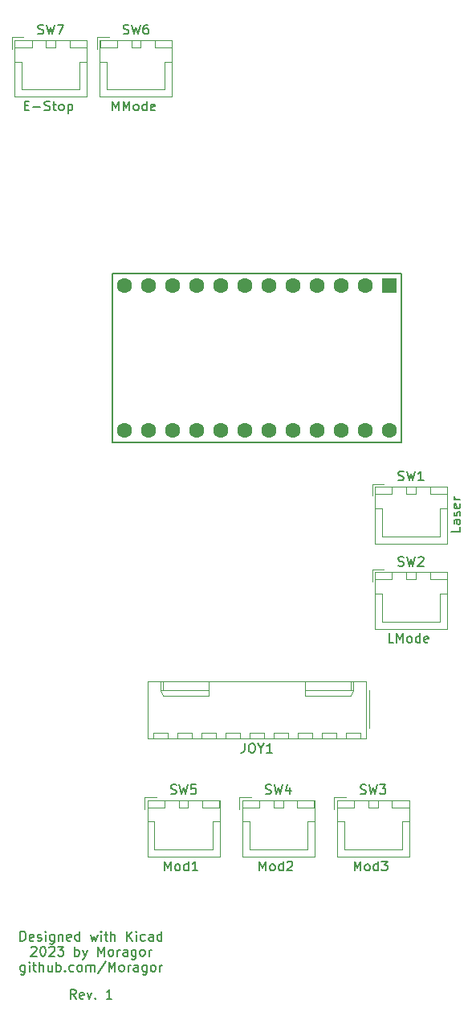
<source format=gbr>
%TF.GenerationSoftware,KiCad,Pcbnew,(6.0.10)*%
%TF.CreationDate,2023-01-17T00:52:56+01:00*%
%TF.ProjectId,SC_Mining_Controller_MkI,53435f4d-696e-4696-9e67-5f436f6e7472,1*%
%TF.SameCoordinates,Original*%
%TF.FileFunction,Legend,Top*%
%TF.FilePolarity,Positive*%
%FSLAX46Y46*%
G04 Gerber Fmt 4.6, Leading zero omitted, Abs format (unit mm)*
G04 Created by KiCad (PCBNEW (6.0.10)) date 2023-01-17 00:52:56*
%MOMM*%
%LPD*%
G01*
G04 APERTURE LIST*
%ADD10C,0.153000*%
%ADD11C,0.150000*%
%ADD12C,0.120000*%
%ADD13R,1.600000X1.600000*%
%ADD14C,1.600000*%
G04 APERTURE END LIST*
D10*
X42904761Y-146452380D02*
X42571428Y-145976190D01*
X42333333Y-146452380D02*
X42333333Y-145452380D01*
X42714285Y-145452380D01*
X42809523Y-145500000D01*
X42857142Y-145547619D01*
X42904761Y-145642857D01*
X42904761Y-145785714D01*
X42857142Y-145880952D01*
X42809523Y-145928571D01*
X42714285Y-145976190D01*
X42333333Y-145976190D01*
X43714285Y-146404761D02*
X43619047Y-146452380D01*
X43428571Y-146452380D01*
X43333333Y-146404761D01*
X43285714Y-146309523D01*
X43285714Y-145928571D01*
X43333333Y-145833333D01*
X43428571Y-145785714D01*
X43619047Y-145785714D01*
X43714285Y-145833333D01*
X43761904Y-145928571D01*
X43761904Y-146023809D01*
X43285714Y-146119047D01*
X44095238Y-145785714D02*
X44333333Y-146452380D01*
X44571428Y-145785714D01*
X44952380Y-146357142D02*
X45000000Y-146404761D01*
X44952380Y-146452380D01*
X44904761Y-146404761D01*
X44952380Y-146357142D01*
X44952380Y-146452380D01*
X46714285Y-146452380D02*
X46142857Y-146452380D01*
X46428571Y-146452380D02*
X46428571Y-145452380D01*
X46333333Y-145595238D01*
X46238095Y-145690476D01*
X46142857Y-145738095D01*
X83452380Y-96785714D02*
X83452380Y-97261904D01*
X82452380Y-97261904D01*
X83452380Y-96023809D02*
X82928571Y-96023809D01*
X82833333Y-96071428D01*
X82785714Y-96166666D01*
X82785714Y-96357142D01*
X82833333Y-96452380D01*
X83404761Y-96023809D02*
X83452380Y-96119047D01*
X83452380Y-96357142D01*
X83404761Y-96452380D01*
X83309523Y-96500000D01*
X83214285Y-96500000D01*
X83119047Y-96452380D01*
X83071428Y-96357142D01*
X83071428Y-96119047D01*
X83023809Y-96023809D01*
X83404761Y-95595238D02*
X83452380Y-95500000D01*
X83452380Y-95309523D01*
X83404761Y-95214285D01*
X83309523Y-95166666D01*
X83261904Y-95166666D01*
X83166666Y-95214285D01*
X83119047Y-95309523D01*
X83119047Y-95452380D01*
X83071428Y-95547619D01*
X82976190Y-95595238D01*
X82928571Y-95595238D01*
X82833333Y-95547619D01*
X82785714Y-95452380D01*
X82785714Y-95309523D01*
X82833333Y-95214285D01*
X83404761Y-94357142D02*
X83452380Y-94452380D01*
X83452380Y-94642857D01*
X83404761Y-94738095D01*
X83309523Y-94785714D01*
X82928571Y-94785714D01*
X82833333Y-94738095D01*
X82785714Y-94642857D01*
X82785714Y-94452380D01*
X82833333Y-94357142D01*
X82928571Y-94309523D01*
X83023809Y-94309523D01*
X83119047Y-94785714D01*
X83452380Y-93880952D02*
X82785714Y-93880952D01*
X82976190Y-93880952D02*
X82880952Y-93833333D01*
X82833333Y-93785714D01*
X82785714Y-93690476D01*
X82785714Y-93595238D01*
X37047619Y-140342380D02*
X37047619Y-139342380D01*
X37285714Y-139342380D01*
X37428571Y-139390000D01*
X37523809Y-139485238D01*
X37571428Y-139580476D01*
X37619047Y-139770952D01*
X37619047Y-139913809D01*
X37571428Y-140104285D01*
X37523809Y-140199523D01*
X37428571Y-140294761D01*
X37285714Y-140342380D01*
X37047619Y-140342380D01*
X38428571Y-140294761D02*
X38333333Y-140342380D01*
X38142857Y-140342380D01*
X38047619Y-140294761D01*
X38000000Y-140199523D01*
X38000000Y-139818571D01*
X38047619Y-139723333D01*
X38142857Y-139675714D01*
X38333333Y-139675714D01*
X38428571Y-139723333D01*
X38476190Y-139818571D01*
X38476190Y-139913809D01*
X38000000Y-140009047D01*
X38857142Y-140294761D02*
X38952380Y-140342380D01*
X39142857Y-140342380D01*
X39238095Y-140294761D01*
X39285714Y-140199523D01*
X39285714Y-140151904D01*
X39238095Y-140056666D01*
X39142857Y-140009047D01*
X39000000Y-140009047D01*
X38904761Y-139961428D01*
X38857142Y-139866190D01*
X38857142Y-139818571D01*
X38904761Y-139723333D01*
X39000000Y-139675714D01*
X39142857Y-139675714D01*
X39238095Y-139723333D01*
X39714285Y-140342380D02*
X39714285Y-139675714D01*
X39714285Y-139342380D02*
X39666666Y-139390000D01*
X39714285Y-139437619D01*
X39761904Y-139390000D01*
X39714285Y-139342380D01*
X39714285Y-139437619D01*
X40619047Y-139675714D02*
X40619047Y-140485238D01*
X40571428Y-140580476D01*
X40523809Y-140628095D01*
X40428571Y-140675714D01*
X40285714Y-140675714D01*
X40190476Y-140628095D01*
X40619047Y-140294761D02*
X40523809Y-140342380D01*
X40333333Y-140342380D01*
X40238095Y-140294761D01*
X40190476Y-140247142D01*
X40142857Y-140151904D01*
X40142857Y-139866190D01*
X40190476Y-139770952D01*
X40238095Y-139723333D01*
X40333333Y-139675714D01*
X40523809Y-139675714D01*
X40619047Y-139723333D01*
X41095238Y-139675714D02*
X41095238Y-140342380D01*
X41095238Y-139770952D02*
X41142857Y-139723333D01*
X41238095Y-139675714D01*
X41380952Y-139675714D01*
X41476190Y-139723333D01*
X41523809Y-139818571D01*
X41523809Y-140342380D01*
X42380952Y-140294761D02*
X42285714Y-140342380D01*
X42095238Y-140342380D01*
X42000000Y-140294761D01*
X41952380Y-140199523D01*
X41952380Y-139818571D01*
X42000000Y-139723333D01*
X42095238Y-139675714D01*
X42285714Y-139675714D01*
X42380952Y-139723333D01*
X42428571Y-139818571D01*
X42428571Y-139913809D01*
X41952380Y-140009047D01*
X43285714Y-140342380D02*
X43285714Y-139342380D01*
X43285714Y-140294761D02*
X43190476Y-140342380D01*
X43000000Y-140342380D01*
X42904761Y-140294761D01*
X42857142Y-140247142D01*
X42809523Y-140151904D01*
X42809523Y-139866190D01*
X42857142Y-139770952D01*
X42904761Y-139723333D01*
X43000000Y-139675714D01*
X43190476Y-139675714D01*
X43285714Y-139723333D01*
X44428571Y-139675714D02*
X44619047Y-140342380D01*
X44809523Y-139866190D01*
X45000000Y-140342380D01*
X45190476Y-139675714D01*
X45571428Y-140342380D02*
X45571428Y-139675714D01*
X45571428Y-139342380D02*
X45523809Y-139390000D01*
X45571428Y-139437619D01*
X45619047Y-139390000D01*
X45571428Y-139342380D01*
X45571428Y-139437619D01*
X45904761Y-139675714D02*
X46285714Y-139675714D01*
X46047619Y-139342380D02*
X46047619Y-140199523D01*
X46095238Y-140294761D01*
X46190476Y-140342380D01*
X46285714Y-140342380D01*
X46619047Y-140342380D02*
X46619047Y-139342380D01*
X47047619Y-140342380D02*
X47047619Y-139818571D01*
X47000000Y-139723333D01*
X46904761Y-139675714D01*
X46761904Y-139675714D01*
X46666666Y-139723333D01*
X46619047Y-139770952D01*
X48285714Y-140342380D02*
X48285714Y-139342380D01*
X48857142Y-140342380D02*
X48428571Y-139770952D01*
X48857142Y-139342380D02*
X48285714Y-139913809D01*
X49285714Y-140342380D02*
X49285714Y-139675714D01*
X49285714Y-139342380D02*
X49238095Y-139390000D01*
X49285714Y-139437619D01*
X49333333Y-139390000D01*
X49285714Y-139342380D01*
X49285714Y-139437619D01*
X50190476Y-140294761D02*
X50095238Y-140342380D01*
X49904761Y-140342380D01*
X49809523Y-140294761D01*
X49761904Y-140247142D01*
X49714285Y-140151904D01*
X49714285Y-139866190D01*
X49761904Y-139770952D01*
X49809523Y-139723333D01*
X49904761Y-139675714D01*
X50095238Y-139675714D01*
X50190476Y-139723333D01*
X51047619Y-140342380D02*
X51047619Y-139818571D01*
X50999999Y-139723333D01*
X50904761Y-139675714D01*
X50714285Y-139675714D01*
X50619047Y-139723333D01*
X51047619Y-140294761D02*
X50952380Y-140342380D01*
X50714285Y-140342380D01*
X50619047Y-140294761D01*
X50571428Y-140199523D01*
X50571428Y-140104285D01*
X50619047Y-140009047D01*
X50714285Y-139961428D01*
X50952380Y-139961428D01*
X51047619Y-139913809D01*
X51952380Y-140342380D02*
X51952380Y-139342380D01*
X51952380Y-140294761D02*
X51857142Y-140342380D01*
X51666666Y-140342380D01*
X51571428Y-140294761D01*
X51523809Y-140247142D01*
X51476190Y-140151904D01*
X51476190Y-139866190D01*
X51523809Y-139770952D01*
X51571428Y-139723333D01*
X51666666Y-139675714D01*
X51857142Y-139675714D01*
X51952380Y-139723333D01*
X38190476Y-141047619D02*
X38238095Y-141000000D01*
X38333333Y-140952380D01*
X38571428Y-140952380D01*
X38666666Y-141000000D01*
X38714285Y-141047619D01*
X38761904Y-141142857D01*
X38761904Y-141238095D01*
X38714285Y-141380952D01*
X38142857Y-141952380D01*
X38761904Y-141952380D01*
X39380952Y-140952380D02*
X39476190Y-140952380D01*
X39571428Y-141000000D01*
X39619047Y-141047619D01*
X39666666Y-141142857D01*
X39714285Y-141333333D01*
X39714285Y-141571428D01*
X39666666Y-141761904D01*
X39619047Y-141857142D01*
X39571428Y-141904761D01*
X39476190Y-141952380D01*
X39380952Y-141952380D01*
X39285714Y-141904761D01*
X39238095Y-141857142D01*
X39190476Y-141761904D01*
X39142857Y-141571428D01*
X39142857Y-141333333D01*
X39190476Y-141142857D01*
X39238095Y-141047619D01*
X39285714Y-141000000D01*
X39380952Y-140952380D01*
X40095238Y-141047619D02*
X40142857Y-141000000D01*
X40238095Y-140952380D01*
X40476190Y-140952380D01*
X40571428Y-141000000D01*
X40619047Y-141047619D01*
X40666666Y-141142857D01*
X40666666Y-141238095D01*
X40619047Y-141380952D01*
X40047619Y-141952380D01*
X40666666Y-141952380D01*
X41000000Y-140952380D02*
X41619047Y-140952380D01*
X41285714Y-141333333D01*
X41428571Y-141333333D01*
X41523809Y-141380952D01*
X41571428Y-141428571D01*
X41619047Y-141523809D01*
X41619047Y-141761904D01*
X41571428Y-141857142D01*
X41523809Y-141904761D01*
X41428571Y-141952380D01*
X41142857Y-141952380D01*
X41047619Y-141904761D01*
X41000000Y-141857142D01*
X42809523Y-141952380D02*
X42809523Y-140952380D01*
X42809523Y-141333333D02*
X42904761Y-141285714D01*
X43095238Y-141285714D01*
X43190476Y-141333333D01*
X43238095Y-141380952D01*
X43285714Y-141476190D01*
X43285714Y-141761904D01*
X43238095Y-141857142D01*
X43190476Y-141904761D01*
X43095238Y-141952380D01*
X42904761Y-141952380D01*
X42809523Y-141904761D01*
X43619047Y-141285714D02*
X43857142Y-141952380D01*
X44095238Y-141285714D02*
X43857142Y-141952380D01*
X43761904Y-142190476D01*
X43714285Y-142238095D01*
X43619047Y-142285714D01*
X45238095Y-141952380D02*
X45238095Y-140952380D01*
X45571428Y-141666666D01*
X45904761Y-140952380D01*
X45904761Y-141952380D01*
X46523809Y-141952380D02*
X46428571Y-141904761D01*
X46380952Y-141857142D01*
X46333333Y-141761904D01*
X46333333Y-141476190D01*
X46380952Y-141380952D01*
X46428571Y-141333333D01*
X46523809Y-141285714D01*
X46666666Y-141285714D01*
X46761904Y-141333333D01*
X46809523Y-141380952D01*
X46857142Y-141476190D01*
X46857142Y-141761904D01*
X46809523Y-141857142D01*
X46761904Y-141904761D01*
X46666666Y-141952380D01*
X46523809Y-141952380D01*
X47285714Y-141952380D02*
X47285714Y-141285714D01*
X47285714Y-141476190D02*
X47333333Y-141380952D01*
X47380952Y-141333333D01*
X47476190Y-141285714D01*
X47571428Y-141285714D01*
X48333333Y-141952380D02*
X48333333Y-141428571D01*
X48285714Y-141333333D01*
X48190476Y-141285714D01*
X48000000Y-141285714D01*
X47904761Y-141333333D01*
X48333333Y-141904761D02*
X48238095Y-141952380D01*
X48000000Y-141952380D01*
X47904761Y-141904761D01*
X47857142Y-141809523D01*
X47857142Y-141714285D01*
X47904761Y-141619047D01*
X48000000Y-141571428D01*
X48238095Y-141571428D01*
X48333333Y-141523809D01*
X49238095Y-141285714D02*
X49238095Y-142095238D01*
X49190476Y-142190476D01*
X49142857Y-142238095D01*
X49047619Y-142285714D01*
X48904761Y-142285714D01*
X48809523Y-142238095D01*
X49238095Y-141904761D02*
X49142857Y-141952380D01*
X48952380Y-141952380D01*
X48857142Y-141904761D01*
X48809523Y-141857142D01*
X48761904Y-141761904D01*
X48761904Y-141476190D01*
X48809523Y-141380952D01*
X48857142Y-141333333D01*
X48952380Y-141285714D01*
X49142857Y-141285714D01*
X49238095Y-141333333D01*
X49857142Y-141952380D02*
X49761904Y-141904761D01*
X49714285Y-141857142D01*
X49666666Y-141761904D01*
X49666666Y-141476190D01*
X49714285Y-141380952D01*
X49761904Y-141333333D01*
X49857142Y-141285714D01*
X50000000Y-141285714D01*
X50095238Y-141333333D01*
X50142857Y-141380952D01*
X50190476Y-141476190D01*
X50190476Y-141761904D01*
X50142857Y-141857142D01*
X50095238Y-141904761D01*
X50000000Y-141952380D01*
X49857142Y-141952380D01*
X50619047Y-141952380D02*
X50619047Y-141285714D01*
X50619047Y-141476190D02*
X50666666Y-141380952D01*
X50714285Y-141333333D01*
X50809523Y-141285714D01*
X50904761Y-141285714D01*
X37523809Y-142895714D02*
X37523809Y-143705238D01*
X37476190Y-143800476D01*
X37428571Y-143848095D01*
X37333333Y-143895714D01*
X37190476Y-143895714D01*
X37095238Y-143848095D01*
X37523809Y-143514761D02*
X37428571Y-143562380D01*
X37238095Y-143562380D01*
X37142857Y-143514761D01*
X37095238Y-143467142D01*
X37047619Y-143371904D01*
X37047619Y-143086190D01*
X37095238Y-142990952D01*
X37142857Y-142943333D01*
X37238095Y-142895714D01*
X37428571Y-142895714D01*
X37523809Y-142943333D01*
X38000000Y-143562380D02*
X38000000Y-142895714D01*
X38000000Y-142562380D02*
X37952380Y-142610000D01*
X38000000Y-142657619D01*
X38047619Y-142610000D01*
X38000000Y-142562380D01*
X38000000Y-142657619D01*
X38333333Y-142895714D02*
X38714285Y-142895714D01*
X38476190Y-142562380D02*
X38476190Y-143419523D01*
X38523809Y-143514761D01*
X38619047Y-143562380D01*
X38714285Y-143562380D01*
X39047619Y-143562380D02*
X39047619Y-142562380D01*
X39476190Y-143562380D02*
X39476190Y-143038571D01*
X39428571Y-142943333D01*
X39333333Y-142895714D01*
X39190476Y-142895714D01*
X39095238Y-142943333D01*
X39047619Y-142990952D01*
X40380952Y-142895714D02*
X40380952Y-143562380D01*
X39952380Y-142895714D02*
X39952380Y-143419523D01*
X40000000Y-143514761D01*
X40095238Y-143562380D01*
X40238095Y-143562380D01*
X40333333Y-143514761D01*
X40380952Y-143467142D01*
X40857142Y-143562380D02*
X40857142Y-142562380D01*
X40857142Y-142943333D02*
X40952380Y-142895714D01*
X41142857Y-142895714D01*
X41238095Y-142943333D01*
X41285714Y-142990952D01*
X41333333Y-143086190D01*
X41333333Y-143371904D01*
X41285714Y-143467142D01*
X41238095Y-143514761D01*
X41142857Y-143562380D01*
X40952380Y-143562380D01*
X40857142Y-143514761D01*
X41761904Y-143467142D02*
X41809523Y-143514761D01*
X41761904Y-143562380D01*
X41714285Y-143514761D01*
X41761904Y-143467142D01*
X41761904Y-143562380D01*
X42666666Y-143514761D02*
X42571428Y-143562380D01*
X42380952Y-143562380D01*
X42285714Y-143514761D01*
X42238095Y-143467142D01*
X42190476Y-143371904D01*
X42190476Y-143086190D01*
X42238095Y-142990952D01*
X42285714Y-142943333D01*
X42380952Y-142895714D01*
X42571428Y-142895714D01*
X42666666Y-142943333D01*
X43238095Y-143562380D02*
X43142857Y-143514761D01*
X43095238Y-143467142D01*
X43047619Y-143371904D01*
X43047619Y-143086190D01*
X43095238Y-142990952D01*
X43142857Y-142943333D01*
X43238095Y-142895714D01*
X43380952Y-142895714D01*
X43476190Y-142943333D01*
X43523809Y-142990952D01*
X43571428Y-143086190D01*
X43571428Y-143371904D01*
X43523809Y-143467142D01*
X43476190Y-143514761D01*
X43380952Y-143562380D01*
X43238095Y-143562380D01*
X44000000Y-143562380D02*
X44000000Y-142895714D01*
X44000000Y-142990952D02*
X44047619Y-142943333D01*
X44142857Y-142895714D01*
X44285714Y-142895714D01*
X44380952Y-142943333D01*
X44428571Y-143038571D01*
X44428571Y-143562380D01*
X44428571Y-143038571D02*
X44476190Y-142943333D01*
X44571428Y-142895714D01*
X44714285Y-142895714D01*
X44809523Y-142943333D01*
X44857142Y-143038571D01*
X44857142Y-143562380D01*
X46047619Y-142514761D02*
X45190476Y-143800476D01*
X46380952Y-143562380D02*
X46380952Y-142562380D01*
X46714285Y-143276666D01*
X47047619Y-142562380D01*
X47047619Y-143562380D01*
X47666666Y-143562380D02*
X47571428Y-143514761D01*
X47523809Y-143467142D01*
X47476190Y-143371904D01*
X47476190Y-143086190D01*
X47523809Y-142990952D01*
X47571428Y-142943333D01*
X47666666Y-142895714D01*
X47809523Y-142895714D01*
X47904761Y-142943333D01*
X47952380Y-142990952D01*
X48000000Y-143086190D01*
X48000000Y-143371904D01*
X47952380Y-143467142D01*
X47904761Y-143514761D01*
X47809523Y-143562380D01*
X47666666Y-143562380D01*
X48428571Y-143562380D02*
X48428571Y-142895714D01*
X48428571Y-143086190D02*
X48476190Y-142990952D01*
X48523809Y-142943333D01*
X48619047Y-142895714D01*
X48714285Y-142895714D01*
X49476190Y-143562380D02*
X49476190Y-143038571D01*
X49428571Y-142943333D01*
X49333333Y-142895714D01*
X49142857Y-142895714D01*
X49047619Y-142943333D01*
X49476190Y-143514761D02*
X49380952Y-143562380D01*
X49142857Y-143562380D01*
X49047619Y-143514761D01*
X49000000Y-143419523D01*
X49000000Y-143324285D01*
X49047619Y-143229047D01*
X49142857Y-143181428D01*
X49380952Y-143181428D01*
X49476190Y-143133809D01*
X50380952Y-142895714D02*
X50380952Y-143705238D01*
X50333333Y-143800476D01*
X50285714Y-143848095D01*
X50190476Y-143895714D01*
X50047619Y-143895714D01*
X49952380Y-143848095D01*
X50380952Y-143514761D02*
X50285714Y-143562380D01*
X50095238Y-143562380D01*
X50000000Y-143514761D01*
X49952380Y-143467142D01*
X49904761Y-143371904D01*
X49904761Y-143086190D01*
X49952380Y-142990952D01*
X50000000Y-142943333D01*
X50095238Y-142895714D01*
X50285714Y-142895714D01*
X50380952Y-142943333D01*
X51000000Y-143562380D02*
X50904761Y-143514761D01*
X50857142Y-143467142D01*
X50809523Y-143371904D01*
X50809523Y-143086190D01*
X50857142Y-142990952D01*
X50904761Y-142943333D01*
X51000000Y-142895714D01*
X51142857Y-142895714D01*
X51238095Y-142943333D01*
X51285714Y-142990952D01*
X51333333Y-143086190D01*
X51333333Y-143371904D01*
X51285714Y-143467142D01*
X51238095Y-143514761D01*
X51142857Y-143562380D01*
X51000000Y-143562380D01*
X51761904Y-143562380D02*
X51761904Y-142895714D01*
X51761904Y-143086190D02*
X51809523Y-142990952D01*
X51857142Y-142943333D01*
X51952380Y-142895714D01*
X52047619Y-142895714D01*
X62285714Y-132952380D02*
X62285714Y-131952380D01*
X62619047Y-132666666D01*
X62952380Y-131952380D01*
X62952380Y-132952380D01*
X63571428Y-132952380D02*
X63476190Y-132904761D01*
X63428571Y-132857142D01*
X63380952Y-132761904D01*
X63380952Y-132476190D01*
X63428571Y-132380952D01*
X63476190Y-132333333D01*
X63571428Y-132285714D01*
X63714285Y-132285714D01*
X63809523Y-132333333D01*
X63857142Y-132380952D01*
X63904761Y-132476190D01*
X63904761Y-132761904D01*
X63857142Y-132857142D01*
X63809523Y-132904761D01*
X63714285Y-132952380D01*
X63571428Y-132952380D01*
X64761904Y-132952380D02*
X64761904Y-131952380D01*
X64761904Y-132904761D02*
X64666666Y-132952380D01*
X64476190Y-132952380D01*
X64380952Y-132904761D01*
X64333333Y-132857142D01*
X64285714Y-132761904D01*
X64285714Y-132476190D01*
X64333333Y-132380952D01*
X64380952Y-132333333D01*
X64476190Y-132285714D01*
X64666666Y-132285714D01*
X64761904Y-132333333D01*
X65190476Y-132047619D02*
X65238095Y-132000000D01*
X65333333Y-131952380D01*
X65571428Y-131952380D01*
X65666666Y-132000000D01*
X65714285Y-132047619D01*
X65761904Y-132142857D01*
X65761904Y-132238095D01*
X65714285Y-132380952D01*
X65142857Y-132952380D01*
X65761904Y-132952380D01*
X46761904Y-52952380D02*
X46761904Y-51952380D01*
X47095238Y-52666666D01*
X47428571Y-51952380D01*
X47428571Y-52952380D01*
X47904761Y-52952380D02*
X47904761Y-51952380D01*
X48238095Y-52666666D01*
X48571428Y-51952380D01*
X48571428Y-52952380D01*
X49190476Y-52952380D02*
X49095238Y-52904761D01*
X49047619Y-52857142D01*
X49000000Y-52761904D01*
X49000000Y-52476190D01*
X49047619Y-52380952D01*
X49095238Y-52333333D01*
X49190476Y-52285714D01*
X49333333Y-52285714D01*
X49428571Y-52333333D01*
X49476190Y-52380952D01*
X49523809Y-52476190D01*
X49523809Y-52761904D01*
X49476190Y-52857142D01*
X49428571Y-52904761D01*
X49333333Y-52952380D01*
X49190476Y-52952380D01*
X50380952Y-52952380D02*
X50380952Y-51952380D01*
X50380952Y-52904761D02*
X50285714Y-52952380D01*
X50095238Y-52952380D01*
X50000000Y-52904761D01*
X49952380Y-52857142D01*
X49904761Y-52761904D01*
X49904761Y-52476190D01*
X49952380Y-52380952D01*
X50000000Y-52333333D01*
X50095238Y-52285714D01*
X50285714Y-52285714D01*
X50380952Y-52333333D01*
X51238095Y-52904761D02*
X51142857Y-52952380D01*
X50952380Y-52952380D01*
X50857142Y-52904761D01*
X50809523Y-52809523D01*
X50809523Y-52428571D01*
X50857142Y-52333333D01*
X50952380Y-52285714D01*
X51142857Y-52285714D01*
X51238095Y-52333333D01*
X51285714Y-52428571D01*
X51285714Y-52523809D01*
X50809523Y-52619047D01*
X37500000Y-52428571D02*
X37833333Y-52428571D01*
X37976190Y-52952380D02*
X37500000Y-52952380D01*
X37500000Y-51952380D01*
X37976190Y-51952380D01*
X38404761Y-52571428D02*
X39166666Y-52571428D01*
X39595238Y-52904761D02*
X39738095Y-52952380D01*
X39976190Y-52952380D01*
X40071428Y-52904761D01*
X40119047Y-52857142D01*
X40166666Y-52761904D01*
X40166666Y-52666666D01*
X40119047Y-52571428D01*
X40071428Y-52523809D01*
X39976190Y-52476190D01*
X39785714Y-52428571D01*
X39690476Y-52380952D01*
X39642857Y-52333333D01*
X39595238Y-52238095D01*
X39595238Y-52142857D01*
X39642857Y-52047619D01*
X39690476Y-52000000D01*
X39785714Y-51952380D01*
X40023809Y-51952380D01*
X40166666Y-52000000D01*
X40452380Y-52285714D02*
X40833333Y-52285714D01*
X40595238Y-51952380D02*
X40595238Y-52809523D01*
X40642857Y-52904761D01*
X40738095Y-52952380D01*
X40833333Y-52952380D01*
X41309523Y-52952380D02*
X41214285Y-52904761D01*
X41166666Y-52857142D01*
X41119047Y-52761904D01*
X41119047Y-52476190D01*
X41166666Y-52380952D01*
X41214285Y-52333333D01*
X41309523Y-52285714D01*
X41452380Y-52285714D01*
X41547619Y-52333333D01*
X41595238Y-52380952D01*
X41642857Y-52476190D01*
X41642857Y-52761904D01*
X41595238Y-52857142D01*
X41547619Y-52904761D01*
X41452380Y-52952380D01*
X41309523Y-52952380D01*
X42071428Y-52285714D02*
X42071428Y-53285714D01*
X42071428Y-52333333D02*
X42166666Y-52285714D01*
X42357142Y-52285714D01*
X42452380Y-52333333D01*
X42500000Y-52380952D01*
X42547619Y-52476190D01*
X42547619Y-52761904D01*
X42500000Y-52857142D01*
X42452380Y-52904761D01*
X42357142Y-52952380D01*
X42166666Y-52952380D01*
X42071428Y-52904761D01*
X76404761Y-108952380D02*
X75928571Y-108952380D01*
X75928571Y-107952380D01*
X76738095Y-108952380D02*
X76738095Y-107952380D01*
X77071428Y-108666666D01*
X77404761Y-107952380D01*
X77404761Y-108952380D01*
X78023809Y-108952380D02*
X77928571Y-108904761D01*
X77880952Y-108857142D01*
X77833333Y-108761904D01*
X77833333Y-108476190D01*
X77880952Y-108380952D01*
X77928571Y-108333333D01*
X78023809Y-108285714D01*
X78166666Y-108285714D01*
X78261904Y-108333333D01*
X78309523Y-108380952D01*
X78357142Y-108476190D01*
X78357142Y-108761904D01*
X78309523Y-108857142D01*
X78261904Y-108904761D01*
X78166666Y-108952380D01*
X78023809Y-108952380D01*
X79214285Y-108952380D02*
X79214285Y-107952380D01*
X79214285Y-108904761D02*
X79119047Y-108952380D01*
X78928571Y-108952380D01*
X78833333Y-108904761D01*
X78785714Y-108857142D01*
X78738095Y-108761904D01*
X78738095Y-108476190D01*
X78785714Y-108380952D01*
X78833333Y-108333333D01*
X78928571Y-108285714D01*
X79119047Y-108285714D01*
X79214285Y-108333333D01*
X80071428Y-108904761D02*
X79976190Y-108952380D01*
X79785714Y-108952380D01*
X79690476Y-108904761D01*
X79642857Y-108809523D01*
X79642857Y-108428571D01*
X79690476Y-108333333D01*
X79785714Y-108285714D01*
X79976190Y-108285714D01*
X80071428Y-108333333D01*
X80119047Y-108428571D01*
X80119047Y-108523809D01*
X79642857Y-108619047D01*
X72285714Y-132952380D02*
X72285714Y-131952380D01*
X72619047Y-132666666D01*
X72952380Y-131952380D01*
X72952380Y-132952380D01*
X73571428Y-132952380D02*
X73476190Y-132904761D01*
X73428571Y-132857142D01*
X73380952Y-132761904D01*
X73380952Y-132476190D01*
X73428571Y-132380952D01*
X73476190Y-132333333D01*
X73571428Y-132285714D01*
X73714285Y-132285714D01*
X73809523Y-132333333D01*
X73857142Y-132380952D01*
X73904761Y-132476190D01*
X73904761Y-132761904D01*
X73857142Y-132857142D01*
X73809523Y-132904761D01*
X73714285Y-132952380D01*
X73571428Y-132952380D01*
X74761904Y-132952380D02*
X74761904Y-131952380D01*
X74761904Y-132904761D02*
X74666666Y-132952380D01*
X74476190Y-132952380D01*
X74380952Y-132904761D01*
X74333333Y-132857142D01*
X74285714Y-132761904D01*
X74285714Y-132476190D01*
X74333333Y-132380952D01*
X74380952Y-132333333D01*
X74476190Y-132285714D01*
X74666666Y-132285714D01*
X74761904Y-132333333D01*
X75142857Y-131952380D02*
X75761904Y-131952380D01*
X75428571Y-132333333D01*
X75571428Y-132333333D01*
X75666666Y-132380952D01*
X75714285Y-132428571D01*
X75761904Y-132523809D01*
X75761904Y-132761904D01*
X75714285Y-132857142D01*
X75666666Y-132904761D01*
X75571428Y-132952380D01*
X75285714Y-132952380D01*
X75190476Y-132904761D01*
X75142857Y-132857142D01*
X52285714Y-132952380D02*
X52285714Y-131952380D01*
X52619047Y-132666666D01*
X52952380Y-131952380D01*
X52952380Y-132952380D01*
X53571428Y-132952380D02*
X53476190Y-132904761D01*
X53428571Y-132857142D01*
X53380952Y-132761904D01*
X53380952Y-132476190D01*
X53428571Y-132380952D01*
X53476190Y-132333333D01*
X53571428Y-132285714D01*
X53714285Y-132285714D01*
X53809523Y-132333333D01*
X53857142Y-132380952D01*
X53904761Y-132476190D01*
X53904761Y-132761904D01*
X53857142Y-132857142D01*
X53809523Y-132904761D01*
X53714285Y-132952380D01*
X53571428Y-132952380D01*
X54761904Y-132952380D02*
X54761904Y-131952380D01*
X54761904Y-132904761D02*
X54666666Y-132952380D01*
X54476190Y-132952380D01*
X54380952Y-132904761D01*
X54333333Y-132857142D01*
X54285714Y-132761904D01*
X54285714Y-132476190D01*
X54333333Y-132380952D01*
X54380952Y-132333333D01*
X54476190Y-132285714D01*
X54666666Y-132285714D01*
X54761904Y-132333333D01*
X55761904Y-132952380D02*
X55190476Y-132952380D01*
X55476190Y-132952380D02*
X55476190Y-131952380D01*
X55380952Y-132095238D01*
X55285714Y-132190476D01*
X55190476Y-132238095D01*
D11*
%TO.C,SW2*%
X76916666Y-100854761D02*
X77059523Y-100902380D01*
X77297619Y-100902380D01*
X77392857Y-100854761D01*
X77440476Y-100807142D01*
X77488095Y-100711904D01*
X77488095Y-100616666D01*
X77440476Y-100521428D01*
X77392857Y-100473809D01*
X77297619Y-100426190D01*
X77107142Y-100378571D01*
X77011904Y-100330952D01*
X76964285Y-100283333D01*
X76916666Y-100188095D01*
X76916666Y-100092857D01*
X76964285Y-99997619D01*
X77011904Y-99950000D01*
X77107142Y-99902380D01*
X77345238Y-99902380D01*
X77488095Y-99950000D01*
X77821428Y-99902380D02*
X78059523Y-100902380D01*
X78250000Y-100188095D01*
X78440476Y-100902380D01*
X78678571Y-99902380D01*
X79011904Y-99997619D02*
X79059523Y-99950000D01*
X79154761Y-99902380D01*
X79392857Y-99902380D01*
X79488095Y-99950000D01*
X79535714Y-99997619D01*
X79583333Y-100092857D01*
X79583333Y-100188095D01*
X79535714Y-100330952D01*
X78964285Y-100902380D01*
X79583333Y-100902380D01*
%TO.C,SW5*%
X52916666Y-124854761D02*
X53059523Y-124902380D01*
X53297619Y-124902380D01*
X53392857Y-124854761D01*
X53440476Y-124807142D01*
X53488095Y-124711904D01*
X53488095Y-124616666D01*
X53440476Y-124521428D01*
X53392857Y-124473809D01*
X53297619Y-124426190D01*
X53107142Y-124378571D01*
X53011904Y-124330952D01*
X52964285Y-124283333D01*
X52916666Y-124188095D01*
X52916666Y-124092857D01*
X52964285Y-123997619D01*
X53011904Y-123950000D01*
X53107142Y-123902380D01*
X53345238Y-123902380D01*
X53488095Y-123950000D01*
X53821428Y-123902380D02*
X54059523Y-124902380D01*
X54250000Y-124188095D01*
X54440476Y-124902380D01*
X54678571Y-123902380D01*
X55535714Y-123902380D02*
X55059523Y-123902380D01*
X55011904Y-124378571D01*
X55059523Y-124330952D01*
X55154761Y-124283333D01*
X55392857Y-124283333D01*
X55488095Y-124330952D01*
X55535714Y-124378571D01*
X55583333Y-124473809D01*
X55583333Y-124711904D01*
X55535714Y-124807142D01*
X55488095Y-124854761D01*
X55392857Y-124902380D01*
X55154761Y-124902380D01*
X55059523Y-124854761D01*
X55011904Y-124807142D01*
%TO.C,SW6*%
X47916666Y-44854761D02*
X48059523Y-44902380D01*
X48297619Y-44902380D01*
X48392857Y-44854761D01*
X48440476Y-44807142D01*
X48488095Y-44711904D01*
X48488095Y-44616666D01*
X48440476Y-44521428D01*
X48392857Y-44473809D01*
X48297619Y-44426190D01*
X48107142Y-44378571D01*
X48011904Y-44330952D01*
X47964285Y-44283333D01*
X47916666Y-44188095D01*
X47916666Y-44092857D01*
X47964285Y-43997619D01*
X48011904Y-43950000D01*
X48107142Y-43902380D01*
X48345238Y-43902380D01*
X48488095Y-43950000D01*
X48821428Y-43902380D02*
X49059523Y-44902380D01*
X49250000Y-44188095D01*
X49440476Y-44902380D01*
X49678571Y-43902380D01*
X50488095Y-43902380D02*
X50297619Y-43902380D01*
X50202380Y-43950000D01*
X50154761Y-43997619D01*
X50059523Y-44140476D01*
X50011904Y-44330952D01*
X50011904Y-44711904D01*
X50059523Y-44807142D01*
X50107142Y-44854761D01*
X50202380Y-44902380D01*
X50392857Y-44902380D01*
X50488095Y-44854761D01*
X50535714Y-44807142D01*
X50583333Y-44711904D01*
X50583333Y-44473809D01*
X50535714Y-44378571D01*
X50488095Y-44330952D01*
X50392857Y-44283333D01*
X50202380Y-44283333D01*
X50107142Y-44330952D01*
X50059523Y-44378571D01*
X50011904Y-44473809D01*
%TO.C,SW7*%
X38916666Y-44854761D02*
X39059523Y-44902380D01*
X39297619Y-44902380D01*
X39392857Y-44854761D01*
X39440476Y-44807142D01*
X39488095Y-44711904D01*
X39488095Y-44616666D01*
X39440476Y-44521428D01*
X39392857Y-44473809D01*
X39297619Y-44426190D01*
X39107142Y-44378571D01*
X39011904Y-44330952D01*
X38964285Y-44283333D01*
X38916666Y-44188095D01*
X38916666Y-44092857D01*
X38964285Y-43997619D01*
X39011904Y-43950000D01*
X39107142Y-43902380D01*
X39345238Y-43902380D01*
X39488095Y-43950000D01*
X39821428Y-43902380D02*
X40059523Y-44902380D01*
X40250000Y-44188095D01*
X40440476Y-44902380D01*
X40678571Y-43902380D01*
X40964285Y-43902380D02*
X41630952Y-43902380D01*
X41202380Y-44902380D01*
%TO.C,SW4*%
X62916666Y-124854761D02*
X63059523Y-124902380D01*
X63297619Y-124902380D01*
X63392857Y-124854761D01*
X63440476Y-124807142D01*
X63488095Y-124711904D01*
X63488095Y-124616666D01*
X63440476Y-124521428D01*
X63392857Y-124473809D01*
X63297619Y-124426190D01*
X63107142Y-124378571D01*
X63011904Y-124330952D01*
X62964285Y-124283333D01*
X62916666Y-124188095D01*
X62916666Y-124092857D01*
X62964285Y-123997619D01*
X63011904Y-123950000D01*
X63107142Y-123902380D01*
X63345238Y-123902380D01*
X63488095Y-123950000D01*
X63821428Y-123902380D02*
X64059523Y-124902380D01*
X64250000Y-124188095D01*
X64440476Y-124902380D01*
X64678571Y-123902380D01*
X65488095Y-124235714D02*
X65488095Y-124902380D01*
X65250000Y-123854761D02*
X65011904Y-124569047D01*
X65630952Y-124569047D01*
%TO.C,SW3*%
X72916666Y-124854761D02*
X73059523Y-124902380D01*
X73297619Y-124902380D01*
X73392857Y-124854761D01*
X73440476Y-124807142D01*
X73488095Y-124711904D01*
X73488095Y-124616666D01*
X73440476Y-124521428D01*
X73392857Y-124473809D01*
X73297619Y-124426190D01*
X73107142Y-124378571D01*
X73011904Y-124330952D01*
X72964285Y-124283333D01*
X72916666Y-124188095D01*
X72916666Y-124092857D01*
X72964285Y-123997619D01*
X73011904Y-123950000D01*
X73107142Y-123902380D01*
X73345238Y-123902380D01*
X73488095Y-123950000D01*
X73821428Y-123902380D02*
X74059523Y-124902380D01*
X74250000Y-124188095D01*
X74440476Y-124902380D01*
X74678571Y-123902380D01*
X74964285Y-123902380D02*
X75583333Y-123902380D01*
X75250000Y-124283333D01*
X75392857Y-124283333D01*
X75488095Y-124330952D01*
X75535714Y-124378571D01*
X75583333Y-124473809D01*
X75583333Y-124711904D01*
X75535714Y-124807142D01*
X75488095Y-124854761D01*
X75392857Y-124902380D01*
X75107142Y-124902380D01*
X75011904Y-124854761D01*
X74964285Y-124807142D01*
%TO.C,JOY1*%
X60714285Y-119552380D02*
X60714285Y-120266666D01*
X60666666Y-120409523D01*
X60571428Y-120504761D01*
X60428571Y-120552380D01*
X60333333Y-120552380D01*
X61380952Y-119552380D02*
X61571428Y-119552380D01*
X61666666Y-119600000D01*
X61761904Y-119695238D01*
X61809523Y-119885714D01*
X61809523Y-120219047D01*
X61761904Y-120409523D01*
X61666666Y-120504761D01*
X61571428Y-120552380D01*
X61380952Y-120552380D01*
X61285714Y-120504761D01*
X61190476Y-120409523D01*
X61142857Y-120219047D01*
X61142857Y-119885714D01*
X61190476Y-119695238D01*
X61285714Y-119600000D01*
X61380952Y-119552380D01*
X62428571Y-120076190D02*
X62428571Y-120552380D01*
X62095238Y-119552380D02*
X62428571Y-120076190D01*
X62761904Y-119552380D01*
X63619047Y-120552380D02*
X63047619Y-120552380D01*
X63333333Y-120552380D02*
X63333333Y-119552380D01*
X63238095Y-119695238D01*
X63142857Y-119790476D01*
X63047619Y-119838095D01*
%TO.C,SW1*%
X76916666Y-91854761D02*
X77059523Y-91902380D01*
X77297619Y-91902380D01*
X77392857Y-91854761D01*
X77440476Y-91807142D01*
X77488095Y-91711904D01*
X77488095Y-91616666D01*
X77440476Y-91521428D01*
X77392857Y-91473809D01*
X77297619Y-91426190D01*
X77107142Y-91378571D01*
X77011904Y-91330952D01*
X76964285Y-91283333D01*
X76916666Y-91188095D01*
X76916666Y-91092857D01*
X76964285Y-90997619D01*
X77011904Y-90950000D01*
X77107142Y-90902380D01*
X77345238Y-90902380D01*
X77488095Y-90950000D01*
X77821428Y-90902380D02*
X78059523Y-91902380D01*
X78250000Y-91188095D01*
X78440476Y-91902380D01*
X78678571Y-90902380D01*
X79583333Y-91902380D02*
X79011904Y-91902380D01*
X79297619Y-91902380D02*
X79297619Y-90902380D01*
X79202380Y-91045238D01*
X79107142Y-91140476D01*
X79011904Y-91188095D01*
D12*
%TO.C,SW2*%
X74440000Y-107510000D02*
X82060000Y-107510000D01*
X82050000Y-102300000D02*
X82050000Y-101550000D01*
X74450000Y-102300000D02*
X76250000Y-102300000D01*
X75200000Y-103800000D02*
X75200000Y-106750000D01*
X74440000Y-101540000D02*
X74440000Y-107510000D01*
X78750000Y-102300000D02*
X78750000Y-101550000D01*
X74450000Y-103800000D02*
X75200000Y-103800000D01*
X82060000Y-107510000D02*
X82060000Y-101540000D01*
X75400000Y-101250000D02*
X74150000Y-101250000D01*
X81300000Y-106750000D02*
X78250000Y-106750000D01*
X81300000Y-103800000D02*
X81300000Y-106750000D01*
X82060000Y-101540000D02*
X74440000Y-101540000D01*
X77750000Y-101550000D02*
X77750000Y-102300000D01*
X76250000Y-101550000D02*
X74450000Y-101550000D01*
X77750000Y-102300000D02*
X78750000Y-102300000D01*
X80250000Y-101550000D02*
X80250000Y-102300000D01*
X80250000Y-102300000D02*
X82050000Y-102300000D01*
X78750000Y-101550000D02*
X77750000Y-101550000D01*
X82050000Y-103800000D02*
X81300000Y-103800000D01*
X82050000Y-101550000D02*
X80250000Y-101550000D01*
X74150000Y-101250000D02*
X74150000Y-102500000D01*
X74450000Y-101550000D02*
X74450000Y-102300000D01*
X76250000Y-102300000D02*
X76250000Y-101550000D01*
X75200000Y-106750000D02*
X78250000Y-106750000D01*
%TO.C,SW5*%
X58050000Y-125550000D02*
X56250000Y-125550000D01*
X58060000Y-125540000D02*
X50440000Y-125540000D01*
X56250000Y-126300000D02*
X58050000Y-126300000D01*
X56250000Y-125550000D02*
X56250000Y-126300000D01*
X51200000Y-130750000D02*
X54250000Y-130750000D01*
X52250000Y-125550000D02*
X50450000Y-125550000D01*
X58050000Y-126300000D02*
X58050000Y-125550000D01*
X50450000Y-125550000D02*
X50450000Y-126300000D01*
X50150000Y-125250000D02*
X50150000Y-126500000D01*
X54750000Y-126300000D02*
X54750000Y-125550000D01*
X50440000Y-125540000D02*
X50440000Y-131510000D01*
X58050000Y-127800000D02*
X57300000Y-127800000D01*
X57300000Y-127800000D02*
X57300000Y-130750000D01*
X53750000Y-125550000D02*
X53750000Y-126300000D01*
X50450000Y-127800000D02*
X51200000Y-127800000D01*
X58060000Y-131510000D02*
X58060000Y-125540000D01*
X51200000Y-127800000D02*
X51200000Y-130750000D01*
X53750000Y-126300000D02*
X54750000Y-126300000D01*
X51400000Y-125250000D02*
X50150000Y-125250000D01*
X57300000Y-130750000D02*
X54250000Y-130750000D01*
X50450000Y-126300000D02*
X52250000Y-126300000D01*
X50440000Y-131510000D02*
X58060000Y-131510000D01*
X54750000Y-125550000D02*
X53750000Y-125550000D01*
X52250000Y-126300000D02*
X52250000Y-125550000D01*
%TO.C,SW6*%
X52300000Y-50750000D02*
X49250000Y-50750000D01*
X45450000Y-47800000D02*
X46200000Y-47800000D01*
X53060000Y-45540000D02*
X45440000Y-45540000D01*
X49750000Y-46300000D02*
X49750000Y-45550000D01*
X46200000Y-47800000D02*
X46200000Y-50750000D01*
X53050000Y-47800000D02*
X52300000Y-47800000D01*
X48750000Y-45550000D02*
X48750000Y-46300000D01*
X52300000Y-47800000D02*
X52300000Y-50750000D01*
X45450000Y-46300000D02*
X47250000Y-46300000D01*
X47250000Y-46300000D02*
X47250000Y-45550000D01*
X47250000Y-45550000D02*
X45450000Y-45550000D01*
X45450000Y-45550000D02*
X45450000Y-46300000D01*
X45440000Y-45540000D02*
X45440000Y-51510000D01*
X46200000Y-50750000D02*
X49250000Y-50750000D01*
X51250000Y-46300000D02*
X53050000Y-46300000D01*
X51250000Y-45550000D02*
X51250000Y-46300000D01*
X45150000Y-45250000D02*
X45150000Y-46500000D01*
X53050000Y-46300000D02*
X53050000Y-45550000D01*
X53050000Y-45550000D02*
X51250000Y-45550000D01*
X46400000Y-45250000D02*
X45150000Y-45250000D01*
X48750000Y-46300000D02*
X49750000Y-46300000D01*
X49750000Y-45550000D02*
X48750000Y-45550000D01*
X53060000Y-51510000D02*
X53060000Y-45540000D01*
X45440000Y-51510000D02*
X53060000Y-51510000D01*
%TO.C,SW7*%
X44050000Y-46300000D02*
X44050000Y-45550000D01*
X42250000Y-45550000D02*
X42250000Y-46300000D01*
X38250000Y-46300000D02*
X38250000Y-45550000D01*
X43300000Y-50750000D02*
X40250000Y-50750000D01*
X36450000Y-46300000D02*
X38250000Y-46300000D01*
X39750000Y-45550000D02*
X39750000Y-46300000D01*
X36450000Y-47800000D02*
X37200000Y-47800000D01*
X39750000Y-46300000D02*
X40750000Y-46300000D01*
X40750000Y-46300000D02*
X40750000Y-45550000D01*
X44050000Y-47800000D02*
X43300000Y-47800000D01*
X44060000Y-45540000D02*
X36440000Y-45540000D01*
X43300000Y-47800000D02*
X43300000Y-50750000D01*
X36440000Y-51510000D02*
X44060000Y-51510000D01*
X37200000Y-47800000D02*
X37200000Y-50750000D01*
X36150000Y-45250000D02*
X36150000Y-46500000D01*
X36440000Y-45540000D02*
X36440000Y-51510000D01*
X37200000Y-50750000D02*
X40250000Y-50750000D01*
X36450000Y-45550000D02*
X36450000Y-46300000D01*
X42250000Y-46300000D02*
X44050000Y-46300000D01*
X44050000Y-45550000D02*
X42250000Y-45550000D01*
X38250000Y-45550000D02*
X36450000Y-45550000D01*
X44060000Y-51510000D02*
X44060000Y-45540000D01*
X40750000Y-45550000D02*
X39750000Y-45550000D01*
X37400000Y-45250000D02*
X36150000Y-45250000D01*
%TO.C,SW4*%
X66250000Y-125550000D02*
X66250000Y-126300000D01*
X60450000Y-126300000D02*
X62250000Y-126300000D01*
X60440000Y-125540000D02*
X60440000Y-131510000D01*
X67300000Y-130750000D02*
X64250000Y-130750000D01*
X67300000Y-127800000D02*
X67300000Y-130750000D01*
X66250000Y-126300000D02*
X68050000Y-126300000D01*
X62250000Y-126300000D02*
X62250000Y-125550000D01*
X62250000Y-125550000D02*
X60450000Y-125550000D01*
X68060000Y-131510000D02*
X68060000Y-125540000D01*
X68050000Y-126300000D02*
X68050000Y-125550000D01*
X63750000Y-126300000D02*
X64750000Y-126300000D01*
X61200000Y-127800000D02*
X61200000Y-130750000D01*
X60450000Y-127800000D02*
X61200000Y-127800000D01*
X61400000Y-125250000D02*
X60150000Y-125250000D01*
X64750000Y-126300000D02*
X64750000Y-125550000D01*
X68050000Y-125550000D02*
X66250000Y-125550000D01*
X60150000Y-125250000D02*
X60150000Y-126500000D01*
X60450000Y-125550000D02*
X60450000Y-126300000D01*
X68050000Y-127800000D02*
X67300000Y-127800000D01*
X68060000Y-125540000D02*
X60440000Y-125540000D01*
X64750000Y-125550000D02*
X63750000Y-125550000D01*
X63750000Y-125550000D02*
X63750000Y-126300000D01*
X61200000Y-130750000D02*
X64250000Y-130750000D01*
X60440000Y-131510000D02*
X68060000Y-131510000D01*
%TO.C,SW3*%
X78050000Y-127800000D02*
X77300000Y-127800000D01*
X71200000Y-130750000D02*
X74250000Y-130750000D01*
X78050000Y-126300000D02*
X78050000Y-125550000D01*
X73750000Y-126300000D02*
X74750000Y-126300000D01*
X74750000Y-125550000D02*
X73750000Y-125550000D01*
X77300000Y-130750000D02*
X74250000Y-130750000D01*
X72250000Y-125550000D02*
X70450000Y-125550000D01*
X76250000Y-126300000D02*
X78050000Y-126300000D01*
X74750000Y-126300000D02*
X74750000Y-125550000D01*
X77300000Y-127800000D02*
X77300000Y-130750000D01*
X72250000Y-126300000D02*
X72250000Y-125550000D01*
X73750000Y-125550000D02*
X73750000Y-126300000D01*
X78060000Y-125540000D02*
X70440000Y-125540000D01*
X70450000Y-127800000D02*
X71200000Y-127800000D01*
X70450000Y-126300000D02*
X72250000Y-126300000D01*
X70440000Y-131510000D02*
X78060000Y-131510000D01*
X78060000Y-131510000D02*
X78060000Y-125540000D01*
X71400000Y-125250000D02*
X70150000Y-125250000D01*
X78050000Y-125550000D02*
X76250000Y-125550000D01*
X70450000Y-125550000D02*
X70450000Y-126300000D01*
X71200000Y-127800000D02*
X71200000Y-130750000D01*
X76250000Y-125550000D02*
X76250000Y-126300000D01*
X70440000Y-125540000D02*
X70440000Y-131510000D01*
X70150000Y-125250000D02*
X70150000Y-126500000D01*
%TO.C,JOY1*%
X62800000Y-119010000D02*
X62800000Y-118410000D01*
X67880000Y-119010000D02*
X67880000Y-118410000D01*
X73830000Y-117980000D02*
X73830000Y-113980000D01*
X53580000Y-118410000D02*
X53580000Y-119010000D01*
X65340000Y-118410000D02*
X63740000Y-118410000D01*
X50460000Y-119010000D02*
X73540000Y-119010000D01*
X51040000Y-118410000D02*
X51040000Y-119010000D01*
X72960000Y-118410000D02*
X71360000Y-118410000D01*
X52090000Y-112990000D02*
X52090000Y-113990000D01*
X63740000Y-118410000D02*
X63740000Y-119010000D01*
X72960000Y-119010000D02*
X72960000Y-118410000D01*
X71910000Y-114520000D02*
X67080000Y-114520000D01*
X51840000Y-112990000D02*
X51840000Y-113990000D01*
X56120000Y-118410000D02*
X56120000Y-119010000D01*
X55180000Y-119010000D02*
X55180000Y-118410000D01*
X67080000Y-114520000D02*
X67080000Y-113990000D01*
X62800000Y-118410000D02*
X61200000Y-118410000D01*
X51840000Y-113990000D02*
X52090000Y-114520000D01*
X57720000Y-118410000D02*
X56120000Y-118410000D01*
X55180000Y-118410000D02*
X53580000Y-118410000D01*
X73540000Y-119010000D02*
X73540000Y-112990000D01*
X60260000Y-118410000D02*
X58660000Y-118410000D01*
X66280000Y-118410000D02*
X66280000Y-119010000D01*
X70420000Y-119010000D02*
X70420000Y-118410000D01*
X52640000Y-118410000D02*
X51040000Y-118410000D01*
X57720000Y-119010000D02*
X57720000Y-118410000D01*
X67880000Y-118410000D02*
X66280000Y-118410000D01*
X56920000Y-113990000D02*
X56920000Y-112990000D01*
X72160000Y-112990000D02*
X72160000Y-113990000D01*
X65340000Y-119010000D02*
X65340000Y-118410000D01*
X67080000Y-113990000D02*
X67080000Y-112990000D01*
X72160000Y-113990000D02*
X67080000Y-113990000D01*
X61200000Y-118410000D02*
X61200000Y-119010000D01*
X51840000Y-113990000D02*
X56920000Y-113990000D01*
X52640000Y-119010000D02*
X52640000Y-118410000D01*
X70420000Y-118410000D02*
X68820000Y-118410000D01*
X60260000Y-119010000D02*
X60260000Y-118410000D01*
X52090000Y-114520000D02*
X56920000Y-114520000D01*
X56920000Y-114520000D02*
X56920000Y-113990000D01*
X72160000Y-113990000D02*
X71910000Y-114520000D01*
X73540000Y-112990000D02*
X50460000Y-112990000D01*
X71360000Y-118410000D02*
X71360000Y-119010000D01*
X58660000Y-118410000D02*
X58660000Y-119010000D01*
X71910000Y-112990000D02*
X71910000Y-113990000D01*
X50460000Y-112990000D02*
X50460000Y-119010000D01*
X68820000Y-118410000D02*
X68820000Y-119010000D01*
D11*
%TO.C,U1*%
X77240000Y-82810000D02*
X77240000Y-75190000D01*
X77240000Y-70110000D02*
X46760000Y-70110000D01*
X77240000Y-70110000D02*
X77240000Y-75190000D01*
X77240000Y-82810000D02*
X77240000Y-87890000D01*
X77240000Y-87890000D02*
X46760000Y-87890000D01*
X46760000Y-87890000D02*
X46760000Y-70110000D01*
D12*
%TO.C,SW1*%
X75200000Y-97750000D02*
X78250000Y-97750000D01*
X76250000Y-93300000D02*
X76250000Y-92550000D01*
X81300000Y-94800000D02*
X81300000Y-97750000D01*
X75400000Y-92250000D02*
X74150000Y-92250000D01*
X78750000Y-92550000D02*
X77750000Y-92550000D01*
X80250000Y-93300000D02*
X82050000Y-93300000D01*
X77750000Y-93300000D02*
X78750000Y-93300000D01*
X82060000Y-98510000D02*
X82060000Y-92540000D01*
X81300000Y-97750000D02*
X78250000Y-97750000D01*
X78750000Y-93300000D02*
X78750000Y-92550000D01*
X82050000Y-94800000D02*
X81300000Y-94800000D01*
X76250000Y-92550000D02*
X74450000Y-92550000D01*
X74440000Y-92540000D02*
X74440000Y-98510000D01*
X74450000Y-93300000D02*
X76250000Y-93300000D01*
X74150000Y-92250000D02*
X74150000Y-93500000D01*
X80250000Y-92550000D02*
X80250000Y-93300000D01*
X75200000Y-94800000D02*
X75200000Y-97750000D01*
X74450000Y-92550000D02*
X74450000Y-93300000D01*
X77750000Y-92550000D02*
X77750000Y-93300000D01*
X74440000Y-98510000D02*
X82060000Y-98510000D01*
X82060000Y-92540000D02*
X74440000Y-92540000D01*
X82050000Y-93300000D02*
X82050000Y-92550000D01*
X74450000Y-94800000D02*
X75200000Y-94800000D01*
X82050000Y-92550000D02*
X80250000Y-92550000D01*
%TD*%
D13*
%TO.C,U1*%
X75970000Y-71380000D03*
D14*
X73430000Y-71380000D03*
X70890000Y-71380000D03*
X68350000Y-71380000D03*
X65810000Y-71380000D03*
X63270000Y-71380000D03*
X60730000Y-71380000D03*
X58190000Y-71380000D03*
X55650000Y-71380000D03*
X53110000Y-71380000D03*
X50570000Y-71380000D03*
X48030000Y-71380000D03*
X48030000Y-86620000D03*
X50570000Y-86620000D03*
X53110000Y-86620000D03*
X55650000Y-86620000D03*
X58190000Y-86620000D03*
X60730000Y-86620000D03*
X63270000Y-86620000D03*
X65810000Y-86620000D03*
X68350000Y-86620000D03*
X70890000Y-86620000D03*
X73430000Y-86620000D03*
X75970000Y-86620000D03*
%TD*%
M02*

</source>
